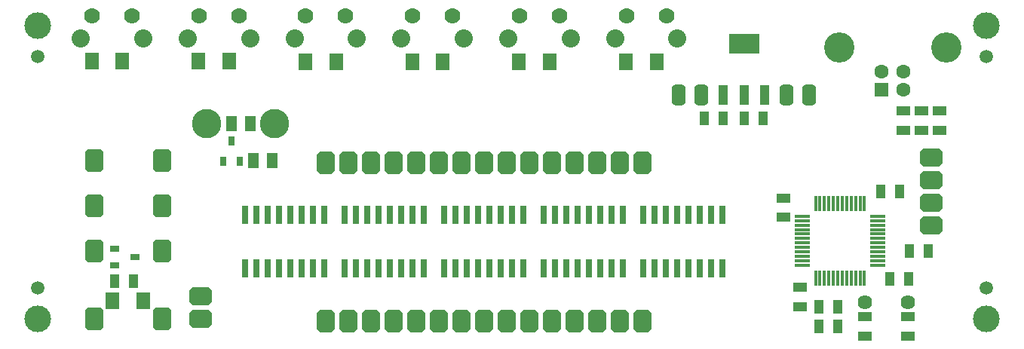
<source format=gbr>
G04 DipTrace 4.1.0.0*
G04 BottomMask.gbr*
%MOIN*%
G04 #@! TF.FileFunction,Soldermask,Bot*
G04 #@! TF.Part,Single*
%AMOUTLINE1*
4,1,40,
-0.029526,-0.029615,
-0.029529,0.029613,
-0.029296,0.032262,
-0.028587,0.034915,
-0.027425,0.037405,
-0.02585,0.039654,
-0.023908,0.041595,
-0.021659,0.043171,
-0.019169,0.044333,
-0.016517,0.045042,
-0.013867,0.045275,
0.013864,0.045276,
0.016513,0.045044,
0.019166,0.044334,
0.021656,0.043173,
0.023905,0.041597,
0.025847,0.039656,
0.027422,0.037407,
0.028584,0.034917,
0.029294,0.032264,
0.029526,0.029615,
0.029529,-0.029613,
0.029296,-0.032262,
0.028587,-0.034915,
0.027425,-0.037405,
0.02585,-0.039654,
0.023908,-0.041595,
0.021659,-0.043171,
0.019169,-0.044333,
0.016517,-0.045042,
0.013867,-0.045275,
-0.013864,-0.045276,
-0.016513,-0.045044,
-0.019166,-0.044334,
-0.021656,-0.043173,
-0.023905,-0.041597,
-0.025847,-0.039656,
-0.027422,-0.037407,
-0.028584,-0.034917,
-0.029294,-0.032264,
-0.029526,-0.029615,
0*%
%AMOUTLINE4*
4,1,28,
0.018879,-0.049469,
-0.018879,-0.049469,
-0.024117,-0.048779,
-0.029118,-0.046707,
-0.033412,-0.043412,
-0.036707,-0.039118,
-0.038779,-0.034117,
-0.039469,-0.028879,
-0.039469,0.028879,
-0.038779,0.034117,
-0.036707,0.039118,
-0.033412,0.043412,
-0.029118,0.046707,
-0.024117,0.048779,
-0.018879,0.049469,
0.018879,0.049469,
0.024117,0.048779,
0.029118,0.046707,
0.033412,0.043412,
0.036707,0.039118,
0.038779,0.034117,
0.039469,0.028879,
0.039469,-0.028879,
0.038779,-0.034117,
0.036707,-0.039118,
0.033412,-0.043412,
0.029118,-0.046707,
0.024117,-0.048779,
0.018879,-0.049469,
0*%
%AMOUTLINE7*
4,1,28,
0.049469,0.018879,
0.049469,-0.018879,
0.048779,-0.024117,
0.046707,-0.029118,
0.043412,-0.033412,
0.039118,-0.036707,
0.034117,-0.038779,
0.028879,-0.039469,
-0.028879,-0.039469,
-0.034117,-0.038779,
-0.039118,-0.036707,
-0.043412,-0.033412,
-0.046707,-0.029118,
-0.048779,-0.024117,
-0.049469,-0.018879,
-0.049469,0.018879,
-0.048779,0.024117,
-0.046707,0.029118,
-0.043412,0.033412,
-0.039118,0.036707,
-0.034117,0.038779,
-0.028879,0.039469,
0.028879,0.039469,
0.034117,0.038779,
0.039118,0.036707,
0.043412,0.033412,
0.046707,0.029118,
0.048779,0.024117,
0.049469,0.018879,
0*%
%AMOUTLINE10*
4,1,28,
-0.049468,-0.018881,
-0.049469,0.018877,
-0.04878,0.024115,
-0.046708,0.029116,
-0.043413,0.033411,
-0.039119,0.036706,
-0.034118,0.038778,
-0.02888,0.039468,
0.028878,0.039469,
0.034115,0.03878,
0.039117,0.036709,
0.043411,0.033414,
0.046706,0.029119,
0.048778,0.024118,
0.049468,0.018881,
0.049469,-0.018877,
0.04878,-0.024115,
0.046708,-0.029116,
0.043413,-0.033411,
0.039119,-0.036706,
0.034118,-0.038778,
0.02888,-0.039468,
-0.028878,-0.039469,
-0.034115,-0.03878,
-0.039117,-0.036709,
-0.043411,-0.033414,
-0.046706,-0.029119,
-0.048778,-0.024118,
-0.049468,-0.018881,
0*%
%AMOUTLINE13*
4,1,40,
0.019771,-0.051181,
-0.019771,-0.051181,
-0.023447,-0.050859,
-0.027093,-0.049882,
-0.030515,-0.048286,
-0.033609,-0.046122,
-0.036279,-0.043451,
-0.038444,-0.040358,
-0.040039,-0.036936,
-0.041017,-0.03329,
-0.041339,-0.029614,
-0.041339,0.029614,
-0.041017,0.03329,
-0.040039,0.036936,
-0.038444,0.040358,
-0.036279,0.043451,
-0.033609,0.046122,
-0.030515,0.048286,
-0.027093,0.049882,
-0.023447,0.050859,
-0.019771,0.051181,
0.019771,0.051181,
0.023447,0.050859,
0.027093,0.049882,
0.030515,0.048286,
0.033609,0.046122,
0.036279,0.043451,
0.038444,0.040358,
0.040039,0.036936,
0.041017,0.03329,
0.041339,0.029614,
0.041339,-0.029614,
0.041017,-0.03329,
0.040039,-0.036936,
0.038444,-0.040358,
0.036279,-0.043451,
0.033609,-0.046122,
0.030515,-0.048286,
0.027093,-0.049882,
0.023447,-0.050859,
0.019771,-0.051181,
0*%
%ADD24R,0.062X0.042*%
%ADD25R,0.042X0.062*%
%ADD26C,0.07*%
%ADD27C,0.08*%
%ADD31C,0.059055*%
%ADD34C,0.129921*%
%ADD43C,0.11811*%
%ADD55C,0.063937*%
%ADD57R,0.066929X0.015748*%
%ADD59R,0.015748X0.066929*%
%ADD61R,0.13189X0.088583*%
%ADD63R,0.041339X0.088583*%
%ADD65R,0.027559X0.082677*%
%ADD67R,0.029937X0.043937*%
%ADD69R,0.043937X0.029937*%
%ADD71C,0.133858*%
%ADD72R,0.062992X0.062992*%
%ADD74C,0.062992*%
%ADD78R,0.062992X0.074803*%
%ADD84R,0.045937X0.065937*%
%ADD93OUTLINE1*%
%ADD96OUTLINE4*%
%ADD99OUTLINE7*%
%ADD102OUTLINE10*%
%ADD105OUTLINE13*%
%FSLAX26Y26*%
G04*
G70*
G90*
G75*
G01*
G04 BotMask*
%LPD*%
D34*
X1598803Y1414977D3*
X1298803Y1414992D3*
D24*
X4208888Y560744D3*
X4208892Y476744D3*
D93*
X3483787Y1540822D3*
X3383787Y1540818D3*
D25*
X3582041Y1440062D3*
X3498041Y1440059D3*
D24*
X4398819Y560744D3*
Y476744D3*
D25*
X4087909Y518588D3*
X4003909Y518585D3*
X3672883Y1440059D3*
X3756883Y1440061D3*
X4316449Y729266D3*
X4400449D3*
D24*
X3922289Y607169D3*
X3922280Y691169D3*
D93*
X3961178Y1541113D3*
X3861178Y1541110D3*
D24*
X3848921Y1086657D3*
X3848930Y1002657D3*
D25*
X4361079Y1114455D3*
X4277079Y1114451D3*
D26*
X3329865Y1891100D3*
X3152699D3*
D27*
X3103487Y1792675D3*
X3379096D3*
D26*
X2857440Y1891100D3*
X2680274D3*
D27*
X2631062Y1792675D3*
X2906671D3*
D26*
X2384999Y1891100D3*
X2207833D3*
D27*
X2158621Y1792675D3*
X2434230D3*
D26*
X1912558Y1891100D3*
X1735392D3*
D27*
X1686180Y1792675D3*
X1961789D3*
D26*
X1440126Y1892350D3*
X1262961D3*
D27*
X1213748Y1793925D3*
X1489357D3*
D26*
X967685Y1892350D3*
X790520D3*
D27*
X741307Y1793925D3*
X1016916D3*
D96*
X2325219Y1243626D3*
X2225219D3*
X1925222D3*
X1825222D3*
X2123642D3*
X2023642D3*
X3223644D3*
X3123644D3*
X3023644D3*
X2923644D3*
X2823644D3*
X2723644D3*
X2623644D3*
X2523644D3*
X2423644D3*
D99*
X1272531Y650877D3*
Y550877D3*
D96*
X2325219Y543626D3*
X2225219D3*
X1925222D3*
X1825222D3*
X2123642D3*
X2023642D3*
X3223644D3*
X3123644D3*
X3023644D3*
X2923644D3*
X2823644D3*
X2723644D3*
X2623644D3*
X2523644D3*
X2423644D3*
D102*
X4501170Y964453D3*
X4501167Y1064453D3*
X4501164Y1164453D3*
X4501160Y1264453D3*
D78*
X1017262Y632878D3*
X882231Y632872D3*
X3286062Y1689387D3*
X3151030D3*
X2813635D3*
X2678604D3*
X2342194D3*
X2207163D3*
X1869343D3*
X1734311D3*
X1397324Y1690638D3*
X1262293D3*
X924470D3*
X789438D3*
D31*
X551181Y1712598D3*
X4744094D3*
Y688976D3*
X551181D3*
D43*
Y551181D3*
X4744094D3*
Y1850394D3*
X551181D3*
D74*
X4379173Y1644899D3*
X4280748D3*
D72*
Y1566159D3*
D74*
X4379173D3*
D71*
X4566969Y1751592D3*
X4092953D3*
D105*
X799743Y552877D3*
Y852877D3*
Y1052877D3*
Y1252877D3*
X1099743Y852877D3*
Y552877D3*
Y1052877D3*
Y1252877D3*
D69*
X890920Y787471D3*
X890915Y862274D3*
X981469Y824878D3*
D67*
X1444929Y1249709D3*
X1370126D3*
X1407528Y1340260D3*
D25*
X4003909Y607169D3*
X4087909D3*
X974466Y717880D3*
X890466Y717871D3*
X4487860Y853626D3*
X4403860D3*
D84*
X1490803Y1414984D3*
X1406803D3*
X1587803Y1250985D3*
X1503803Y1250983D3*
D24*
X4458961Y1386852D3*
Y1470852D3*
X4378961Y1386852D3*
Y1470852D3*
X4538961Y1386852D3*
Y1470852D3*
D65*
X3577862Y775516D3*
X3527862D3*
X3477862D3*
X3427862D3*
X3377862D3*
X3327862D3*
X3277862D3*
X3227862D3*
Y1011736D3*
X3277862D3*
X3327862D3*
X3377862D3*
X3427862D3*
X3477862D3*
X3527862D3*
X3577862D3*
X3137862Y775516D3*
X3087862D3*
X3037862D3*
X2987862D3*
X2937862D3*
X2887862D3*
X2837862D3*
X2787862D3*
Y1011736D3*
X2837862D3*
X2887862D3*
X2937862D3*
X2987862D3*
X3037862D3*
X3087862D3*
X3137862D3*
X2697862Y775516D3*
X2647862D3*
X2597862D3*
X2547862D3*
X2497862D3*
X2447862D3*
X2397862D3*
X2347862D3*
Y1011736D3*
X2397862D3*
X2447862D3*
X2497862D3*
X2547862D3*
X2597862D3*
X2647862D3*
X2697862D3*
X2257862Y775516D3*
X2207862D3*
X2157862D3*
X2107862D3*
X2057862D3*
X2007862D3*
X1957862D3*
X1907862D3*
Y1011736D3*
X1957862D3*
X2007862D3*
X2057862D3*
X2107862D3*
X2157862D3*
X2207862D3*
X2257862D3*
X1817862Y775516D3*
X1767862D3*
X1717862D3*
X1667862D3*
X1617862D3*
X1567862D3*
X1517862D3*
X1467862D3*
Y1011736D3*
X1517862D3*
X1567862D3*
X1617862D3*
X1667862D3*
X1717862D3*
X1767862D3*
X1817862D3*
D63*
X3763315Y1541214D3*
X3672764D3*
X3582213D3*
D61*
X3672764Y1769560D3*
D59*
X4205890Y732563D3*
X4186205D3*
X4166520D3*
X4146835D3*
X4127150D3*
X4107465D3*
X4087780D3*
X4068094D3*
X4048409D3*
X4028724D3*
X4009039D3*
X3989354D3*
D57*
X3932268Y789650D3*
Y809335D3*
Y829020D3*
Y848705D3*
Y868390D3*
Y888075D3*
Y907760D3*
Y927445D3*
Y947130D3*
Y966815D3*
Y986500D3*
Y1006185D3*
D59*
X3989354Y1063272D3*
X4009039D3*
X4028724D3*
X4048409D3*
X4068094D3*
X4087780D3*
X4107465D3*
X4127150D3*
X4146835D3*
X4166520D3*
X4186205D3*
X4205890D3*
D57*
X4262976Y1006185D3*
Y986500D3*
Y966815D3*
Y947130D3*
Y927445D3*
Y907760D3*
Y888075D3*
Y868390D3*
Y848705D3*
Y829020D3*
Y809335D3*
Y789650D3*
D55*
X4209315Y627245D3*
X4399315Y627251D3*
M02*

</source>
